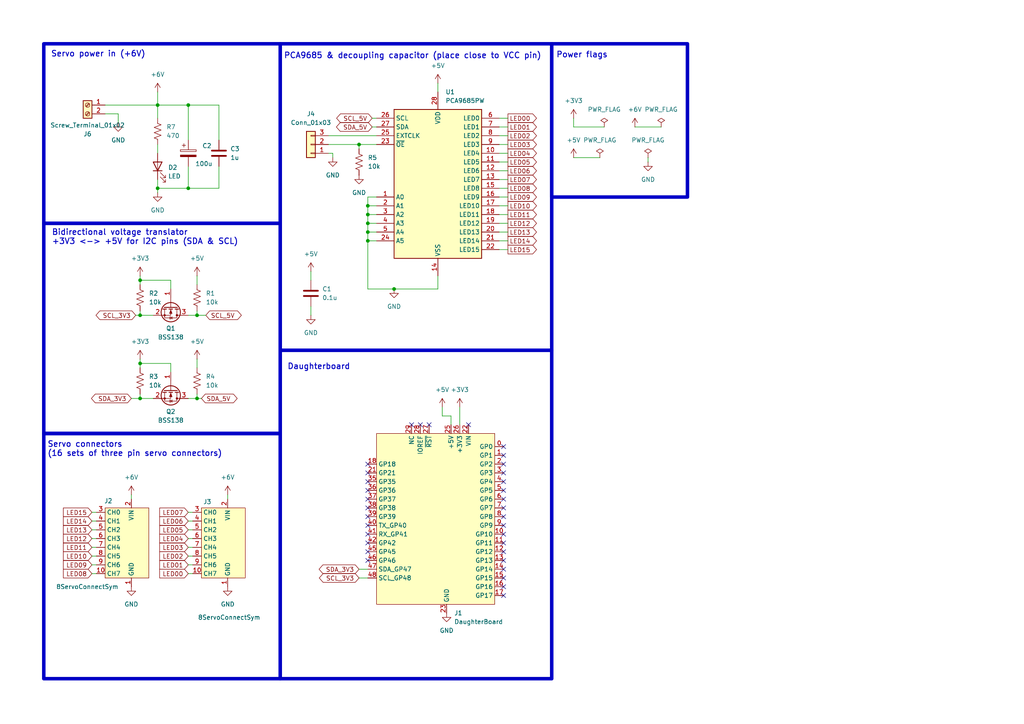
<source format=kicad_sch>
(kicad_sch (version 20250114) (generator "eeschema") (generator_version "9.0")
  (paper "A4")
  (lib_symbols
    (symbol "Connector:Screw_Terminal_01x02" (pin_names (offset 1.016) (hide yes))
      (property "Reference" "J" (at 0 2.54 0))
      (property "Value" "Screw_Terminal_01x02" (at 0 -5.08 0))
      (symbol "Screw_Terminal_01x02_1_1"
        (rectangle (start -1.27 1.27) (end 1.27 -3.81) (stroke (width 0.254)) (fill (type background)))
        (polyline (pts (xy -0.5334 0.3302) (xy 0.3302 -0.508)) (stroke (width 0.1524)))
        (polyline (pts (xy -0.5334 -2.2098) (xy 0.3302 -3.048)) (stroke (width 0.1524)))
        (polyline (pts (xy -0.3556 0.508) (xy 0.508 -0.3302)) (stroke (width 0.1524)))
        (polyline (pts (xy -0.3556 -2.032) (xy 0.508 -2.8702)) (stroke (width 0.1524)))
        (circle (center 0 0) (radius 0.635) (stroke (width 0.1524)))
        (circle (center 0 -2.54) (radius 0.635) (stroke (width 0.1524)))
        (pin passive line (at -5.08 0 0) (length 3.81) (name "Pin_1") (number "1"))
        (pin passive line (at -5.08 -2.54 0) (length 3.81) (name "Pin_2") (number "2"))
      )
    )
    (symbol "Connector_Generic:Conn_01x03" (pin_names (offset 1.016) (hide yes))
      (property "Reference" "J" (at 0 5.08 0))
      (property "Value" "Conn_01x03" (at 0 -5.08 0))
      (symbol "Conn_01x03_1_1"
        (rectangle (start -1.27 3.81) (end 1.27 -3.81) (stroke (width 0.254)) (fill (type background)))
        (rectangle (start -1.27 2.667) (end 0 2.413) (stroke (width 0.1524)))
        (rectangle (start -1.27 0.127) (end 0 -0.127) (stroke (width 0.1524)))
        (rectangle (start -1.27 -2.413) (end 0 -2.667) (stroke (width 0.1524)))
        (pin passive line (at -5.08 2.54 0) (length 3.81) (name "Pin_1") (number "1"))
        (pin passive line (at -5.08 0 0) (length 3.81) (name "Pin_2") (number "2"))
        (pin passive line (at -5.08 -2.54 0) (length 3.81) (name "Pin_3") (number "3"))
      )
    )
    (symbol "Device:C" (pin_numbers (hide yes)) (pin_names (offset 0.254))
      (property "Reference" "C" (at 0.635 2.54 0))
      (property "Value" "C" (at 0.635 -2.54 0))
      (symbol "C_0_1"
        (polyline (pts (xy -2.032 0.762) (xy 2.032 0.762)) (stroke (width 0.508)))
        (polyline (pts (xy -2.032 -0.762) (xy 2.032 -0.762)) (stroke (width 0.508)))
      )
      (symbol "C_1_1"
        (pin passive line (at 0 3.81 270) (length 2.794) (name "~") (number "1"))
        (pin passive line (at 0 -3.81 90) (length 2.794) (name "~") (number "2"))
      )
    )
    (symbol "Device:C_Polarized" (pin_numbers (hide yes)) (pin_names (offset 0.254))
      (property "Reference" "C" (at 0.635 2.54 0))
      (property "Value" "C_Polarized" (at 0.635 -2.54 0))
      (symbol "C_Polarized_0_1"
        (rectangle (start -2.286 0.508) (end 2.286 1.016))
        (polyline (pts (xy -1.778 2.286) (xy -0.762 2.286)))
        (polyline (pts (xy -1.27 2.794) (xy -1.27 1.778)))
        (rectangle (start 2.286 -0.508) (end -2.286 -1.016) (fill (type outline)))
      )
      (symbol "C_Polarized_1_1"
        (pin passive line (at 0 3.81 270) (length 2.794) (name "~") (number "1"))
        (pin passive line (at 0 -3.81 90) (length 2.794) (name "~") (number "2"))
      )
    )
    (symbol "Device:LED" (pin_numbers (hide yes)) (pin_names (offset 1.016) (hide yes))
      (property "Reference" "D" (at 0 2.54 0))
      (property "Value" "LED" (at 0 -2.54 0))
      (symbol "LED_0_1"
        (polyline (pts (xy -3.048 -0.762) (xy -4.572 -2.286) (xy -3.81 -2.286) (xy -4.572 -2.286) (xy -4.572 -1.524)))
        (polyline (pts (xy -1.778 -0.762) (xy -3.302 -2.286) (xy -2.54 -2.286) (xy -3.302 -2.286) (xy -3.302 -1.524)))
        (polyline (pts (xy -1.27 0) (xy 1.27 0)))
        (polyline (pts (xy -1.27 -1.27) (xy -1.27 1.27)) (stroke (width 0.254)))
        (polyline (pts (xy 1.27 -1.27) (xy 1.27 1.27) (xy -1.27 0) (xy 1.27 -1.27)) (stroke (width 0.254)))
      )
      (symbol "LED_1_1"
        (pin passive line (at -3.81 0 0) (length 2.54) (name "K") (number "1"))
        (pin passive line (at 3.81 0 180) (length 2.54) (name "A") (number "2"))
      )
    )
    (symbol "Device:R_US" (pin_numbers (hide yes)) (pin_names (offset 0))
      (property "Reference" "R" (at 2.54 0 90))
      (property "Value" "R_US" (at -2.54 0 90))
      (symbol "R_US_0_1"
        (polyline (pts (xy 0 2.286) (xy 0 2.54)))
        (polyline (pts (xy 0 2.286) (xy 1.016 1.905) (xy 0 1.524) (xy -1.016 1.143) (xy 0 0.762)))
        (polyline (pts (xy 0 0.762) (xy 1.016 0.381) (xy 0 0) (xy -1.016 -0.381) (xy 0 -0.762)))
        (polyline (pts (xy 0 -0.762) (xy 1.016 -1.143) (xy 0 -1.524) (xy -1.016 -1.905) (xy 0 -2.286)))
        (polyline (pts (xy 0 -2.286) (xy 0 -2.54)))
      )
      (symbol "R_US_1_1"
        (pin passive line (at 0 3.81 270) (length 1.27) (name "~") (number "1"))
        (pin passive line (at 0 -3.81 90) (length 1.27) (name "~") (number "2"))
      )
    )
    (symbol "Driver_LED:PCA9685PW"
      (property "Reference" "U" (at -12.7 22.225 0))
      (property "Value" "PCA9685PW" (at 1.27 22.225 0))
      (symbol "PCA9685PW_0_1"
        (rectangle (start -12.7 20.32) (end 12.7 -22.86) (stroke (width 0.254)) (fill (type background)))
      )
      (symbol "PCA9685PW_1_1"
        (pin input line (at -17.78 17.78 0) (length 5.08) (name "SCL") (number "26"))
        (pin bidirectional line (at -17.78 15.24 0) (length 5.08) (name "SDA") (number "27"))
        (pin input line (at -17.78 12.7 0) (length 5.08) (name "EXTCLK") (number "25"))
        (pin input line (at -17.78 10.16 0) (length 5.08) (name "~{OE}") (number "23"))
        (pin input line (at -17.78 -5.08 0) (length 5.08) (name "A0") (number "1"))
        (pin input line (at -17.78 -7.62 0) (length 5.08) (name "A1") (number "2"))
        (pin input line (at -17.78 -10.16 0) (length 5.08) (name "A2") (number "3"))
        (pin input line (at -17.78 -12.7 0) (length 5.08) (name "A3") (number "4"))
        (pin input line (at -17.78 -15.24 0) (length 5.08) (name "A4") (number "5"))
        (pin input line (at -17.78 -17.78 0) (length 5.08) (name "A5") (number "24"))
        (pin power_in line (at 0 25.4 270) (length 5.08) (name "VDD") (number "28"))
        (pin power_in line (at 0 -27.94 90) (length 5.08) (name "VSS") (number "14"))
        (pin output line (at 17.78 17.78 180) (length 5.08) (name "LED0") (number "6"))
        (pin output line (at 17.78 15.24 180) (length 5.08) (name "LED1") (number "7"))
        (pin output line (at 17.78 12.7 180) (length 5.08) (name "LED2") (number "8"))
        (pin output line (at 17.78 10.16 180) (length 5.08) (name "LED3") (number "9"))
        (pin output line (at 17.78 7.62 180) (length 5.08) (name "LED4") (number "10"))
        (pin output line (at 17.78 5.08 180) (length 5.08) (name "LED5") (number "11"))
        (pin output line (at 17.78 2.54 180) (length 5.08) (name "LED6") (number "12"))
        (pin output line (at 17.78 0 180) (length 5.08) (name "LED7") (number "13"))
        (pin output line (at 17.78 -2.54 180) (length 5.08) (name "LED8") (number "15"))
        (pin output line (at 17.78 -5.08 180) (length 5.08) (name "LED9") (number "16"))
        (pin output line (at 17.78 -7.62 180) (length 5.08) (name "LED10") (number "17"))
        (pin output line (at 17.78 -10.16 180) (length 5.08) (name "LED11") (number "18"))
        (pin output line (at 17.78 -12.7 180) (length 5.08) (name "LED12") (number "19"))
        (pin output line (at 17.78 -15.24 180) (length 5.08) (name "LED13") (number "20"))
        (pin output line (at 17.78 -17.78 180) (length 5.08) (name "LED14") (number "21"))
        (pin output line (at 17.78 -20.32 180) (length 5.08) (name "LED15") (number "22"))
      )
    )
    (symbol "Transistor_FET:BSS138" (pin_names (offset 0) (hide yes))
      (property "Reference" "Q" (at 5.08 1.905 0))
      (property "Value" "BSS138" (at 5.08 0 0))
      (symbol "BSS138_0_1"
        (polyline (pts (xy 0.254 1.905) (xy 0.254 -1.905)) (stroke (width 0.254)))
        (polyline (pts (xy 0.254 0) (xy -2.54 0)))
        (polyline (pts (xy 0.762 2.286) (xy 0.762 1.27)) (stroke (width 0.254)))
        (polyline (pts (xy 0.762 0.508) (xy 0.762 -0.508)) (stroke (width 0.254)))
        (polyline (pts (xy 0.762 -1.27) (xy 0.762 -2.286)) (stroke (width 0.254)))
        (polyline (pts (xy 0.762 -1.778) (xy 3.302 -1.778) (xy 3.302 1.778) (xy 0.762 1.778)))
        (polyline (pts (xy 1.016 0) (xy 2.032 0.381) (xy 2.032 -0.381) (xy 1.016 0)) (fill (type outline)))
        (circle (center 1.651 0) (radius 2.794) (stroke (width 0.254)))
        (polyline (pts (xy 2.54 2.54) (xy 2.54 1.778)))
        (circle (center 2.54 1.778) (radius 0.254) (fill (type outline)))
        (circle (center 2.54 -1.778) (radius 0.254) (fill (type outline)))
        (polyline (pts (xy 2.54 -2.54) (xy 2.54 0) (xy 0.762 0)))
        (polyline (pts (xy 2.921 0.381) (xy 3.683 0.381)))
        (polyline (pts (xy 3.302 0.381) (xy 2.921 -0.254) (xy 3.683 -0.254) (xy 3.302 0.381)))
      )
      (symbol "BSS138_1_1"
        (pin input line (at -5.08 0 0) (length 2.54) (name "G") (number "1"))
        (pin passive line (at 2.54 5.08 270) (length 2.54) (name "D") (number "3"))
        (pin passive line (at 2.54 -5.08 90) (length 2.54) (name "S") (number "2"))
      )
    )
    (symbol "myparts:8ServoConnectSym"
      (property "Reference" "J" (at -17.272 -4.826 0))
      (property "Value" "8ServoConnectSym" (at -3.048 -22.606 0))
      (symbol "8ServoConnectSym_1_1"
        (rectangle (start 0 2.54) (end 12.7 -17.78) (fill (type background)))
        (pin input line (at -2.54 1.27 0) (length 2.54) (name "CH0") (number "3"))
        (pin input line (at -2.54 -1.27 0) (length 2.54) (name "CH1") (number "4"))
        (pin input line (at -2.54 -3.81 0) (length 2.54) (name "CH2") (number "5"))
        (pin input line (at -2.54 -6.35 0) (length 2.54) (name "CH3") (number "6"))
        (pin input line (at -2.54 -8.89 0) (length 2.54) (name "CH4") (number "7"))
        (pin input line (at -2.54 -11.43 0) (length 2.54) (name "CH5") (number "8"))
        (pin input line (at -2.54 -13.97 0) (length 2.54) (name "CH6") (number "9"))
        (pin input line (at -2.54 -16.51 0) (length 2.54) (name "CH7") (number "10"))
        (pin power_in line (at 7.62 5.08 270) (length 2.54) (name "VIN") (number "2"))
        (pin power_in line (at 7.62 -20.32 90) (length 2.54) (name "GND") (number "1"))
      )
    )
    (symbol "myparts:DaughterBoard"
      (property "Reference" "J" (at -19.304 -42.926 0))
      (property "Value" "DaughterBoard" (at -26.67 12.954 0))
      (symbol "DaughterBoard_1_1"
        (rectangle (start -20.32 8.89) (end 13.97 -40.64) (fill (type background)))
        (pin bidirectional line (at -22.86 0 0) (length 2.54) (name "GP18") (number "18"))
        (pin bidirectional line (at -22.86 -2.54 0) (length 2.54) (name "GP21") (number "21"))
        (pin bidirectional line (at -22.86 -5.08 0) (length 2.54) (name "GP35") (number "35"))
        (pin bidirectional line (at -22.86 -7.62 0) (length 2.54) (name "GP36") (number "36"))
        (pin bidirectional line (at -22.86 -10.16 0) (length 2.54) (name "GP37") (number "37"))
        (pin bidirectional line (at -22.86 -12.7 0) (length 2.54) (name "GP38") (number "38"))
        (pin bidirectional line (at -22.86 -15.24 0) (length 2.54) (name "GP39") (number "39"))
        (pin bidirectional line (at -22.86 -17.78 0) (length 2.54) (name "TX_GP40") (number "40"))
        (pin bidirectional line (at -22.86 -20.32 0) (length 2.54) (name "RX_GP41") (number "41"))
        (pin bidirectional line (at -22.86 -22.86 0) (length 2.54) (name "GP42") (number "42"))
        (pin bidirectional line (at -22.86 -25.4 0) (length 2.54) (name "GP45") (number "45"))
        (pin bidirectional line (at -22.86 -27.94 0) (length 2.54) (name "GP46") (number "46"))
        (pin bidirectional line (at -22.86 -30.48 0) (length 2.54) (name "SDA_GP47") (number "47"))
        (pin bidirectional line (at -22.86 -33.02 0) (length 2.54) (name "SCL_GP48") (number "48"))
        (pin bidirectional line (at -10.16 11.43 270) (length 2.54) (name "NC") (number "29"))
        (pin bidirectional line (at -7.62 11.43 270) (length 2.54) (name "IOREF") (number "28"))
        (pin input line (at -5.08 11.43 270) (length 2.54) (name "~{RST}") (number "27"))
        (pin power_in line (at 0 -43.18 90) (length 2.54) (name "GND") (number "23"))
        (pin power_in line (at 0 -43.18 90) (length 2.54) (hide yes) (name "GND") (number "24"))
        (pin power_in line (at 0 -43.18 90) (length 2.54) (hide yes) (name "GND") (number "30"))
        (pin power_in line (at 1.27 11.43 270) (length 2.54) (name "+5V") (number "25"))
        (pin power_in line (at 3.81 11.43 270) (length 2.54) (name "+3V3") (number "26"))
        (pin power_in line (at 3.81 11.43 270) (length 2.54) (hide yes) (name "+3V3") (number "32"))
        (pin power_in line (at 6.35 11.43 270) (length 2.54) (name "VIN") (number "22"))
        (pin bidirectional line (at 16.51 5.08 180) (length 2.54) (name "GP0") (number "0"))
        (pin bidirectional line (at 16.51 2.54 180) (length 2.54) (name "GP1") (number "1"))
        (pin bidirectional line (at 16.51 0 180) (length 2.54) (name "GP2") (number "2"))
        (pin bidirectional line (at 16.51 -2.54 180) (length 2.54) (name "GP3") (number "3"))
        (pin bidirectional line (at 16.51 -5.08 180) (length 2.54) (name "GP4") (number "4"))
        (pin bidirectional line (at 16.51 -7.62 180) (length 2.54) (name "GP5") (number "5"))
        (pin bidirectional line (at 16.51 -10.16 180) (length 2.54) (name "GP6") (number "6"))
        (pin bidirectional line (at 16.51 -12.7 180) (length 2.54) (name "GP7") (number "7"))
        (pin bidirectional line (at 16.51 -15.24 180) (length 2.54) (name "GP8") (number "8"))
        (pin bidirectional line (at 16.51 -17.78 180) (length 2.54) (name "GP9") (number "9"))
        (pin bidirectional line (at 16.51 -20.32 180) (length 2.54) (name "GP10") (number "10"))
        (pin bidirectional line (at 16.51 -22.86 180) (length 2.54) (name "GP11") (number "11"))
        (pin bidirectional line (at 16.51 -25.4 180) (length 2.54) (name "GP12") (number "12"))
        (pin bidirectional line (at 16.51 -27.94 180) (length 2.54) (name "GP13") (number "13"))
        (pin bidirectional line (at 16.51 -30.48 180) (length 2.54) (name "GP14") (number "14"))
        (pin bidirectional line (at 16.51 -33.02 180) (length 2.54) (name "GP15") (number "15"))
        (pin bidirectional line (at 16.51 -35.56 180) (length 2.54) (name "GP16") (number "16"))
        (pin bidirectional line (at 16.51 -38.1 180) (length 2.54) (name "GP17") (number "17"))
      )
    )
    (symbol "power:+3V3" (power) (pin_numbers (hide yes)) (pin_names (offset 0) (hide yes))
      (property "Value" "+3V3" (at 0 3.556 0))
      (symbol "+3V3_0_1"
        (polyline (pts (xy -0.762 1.27) (xy 0 2.54)))
        (polyline (pts (xy 0 2.54) (xy 0.762 1.27)))
        (polyline (pts (xy 0 0) (xy 0 2.54)))
      )
      (symbol "+3V3_1_1"
        (pin power_in line (at 0 0 90) (length 0) (name "~") (number "1"))
      )
    )
    (symbol "power:+5V" (power) (pin_numbers (hide yes)) (pin_names (offset 0) (hide yes))
      (property "Value" "+5V" (at 0 3.556 0))
      (symbol "+5V_0_1"
        (polyline (pts (xy -0.762 1.27) (xy 0 2.54)))
        (polyline (pts (xy 0 2.54) (xy 0.762 1.27)))
        (polyline (pts (xy 0 0) (xy 0 2.54)))
      )
      (symbol "+5V_1_1"
        (pin power_in line (at 0 0 90) (length 0) (name "~") (number "1"))
      )
    )
    (symbol "power:+6V" (power) (pin_numbers (hide yes)) (pin_names (offset 0) (hide yes))
      (property "Value" "+6V" (at 0 3.556 0))
      (symbol "+6V_0_1"
        (polyline (pts (xy -0.762 1.27) (xy 0 2.54)))
        (polyline (pts (xy 0 2.54) (xy 0.762 1.27)))
        (polyline (pts (xy 0 0) (xy 0 2.54)))
      )
      (symbol "+6V_1_1"
        (pin power_in line (at 0 0 90) (length 0) (name "~") (number "1"))
      )
    )
    (symbol "power:GND" (power) (pin_numbers (hide yes)) (pin_names (offset 0) (hide yes))
      (property "Value" "GND" (at 0 -3.81 0))
      (symbol "GND_0_1"
        (polyline (pts (xy 0 0) (xy 0 -1.27) (xy 1.27 -1.27) (xy 0 -2.54) (xy -1.27 -1.27) (xy 0 -1.27)))
      )
      (symbol "GND_1_1"
        (pin power_in line (at 0 0 270) (length 0) (name "~") (number "1"))
      )
    )
    (symbol "power:PWR_FLAG" (power) (pin_numbers (hide yes)) (pin_names (offset 0) (hide yes))
      (property "Value" "PWR_FLAG" (at 0 3.81 0))
      (symbol "PWR_FLAG_0_0"
        (pin power_out line (at 0 0 90) (length 0) (name "~") (number "1"))
      )
      (symbol "PWR_FLAG_0_1"
        (polyline (pts (xy 0 0) (xy 0 1.27) (xy -1.016 1.905) (xy 0 2.54) (xy 1.016 1.905) (xy 0 1.27)))
      )
    )
    (symbol "power:VCC" (power) (pin_numbers (hide yes)) (pin_names (offset 0) (hide yes))
      (property "Value" "VCC" (at 0 3.556 0))
      (symbol "VCC_0_1"
        (polyline (pts (xy -0.762 1.27) (xy 0 2.54)))
        (polyline (pts (xy 0 2.54) (xy 0.762 1.27)))
        (polyline (pts (xy 0 0) (xy 0 2.54)))
      )
      (symbol "VCC_1_1"
        (pin power_in line (at 0 0 90) (length 0) (name "~") (number "1"))
      )
    )
  )
  (rectangle (start 12.7 125.73) (end 81.28 196.85) (stroke (width 1.016)))
  (rectangle (start 160.02 12.7) (end 199.39 57.15) (stroke (width 1.016)))
  (rectangle (start 12.7 64.77) (end 81.28 125.73) (stroke (width 1.016)))
  (rectangle (start 81.28 12.7) (end 160.02 101.6) (stroke (width 1.016)))
  (rectangle (start 81.28 101.6) (end 160.02 196.85) (stroke (width 1.016)))
  (rectangle (start 12.7 12.7) (end 81.28 64.77) (stroke (width 1.016)))
  (text "Bidirectional voltage translator \n+3V3 <-> +5V for I2C pins (SDA & SCL)" (at 14.986 68.834 0) (effects (font (size 1.651 1.651) (thickness 0.254) (bold yes)) (justify left)))
  (text "Servo connectors \n(16 sets of three pin servo connectors)" (at 13.716 130.302 0) (effects (font (size 1.651 1.651) (thickness 0.254) (bold yes)) (justify left)))
  (text "Daughterboard" (at 83.312 106.426 0) (effects (font (size 1.651 1.651) (thickness 0.254) (bold yes)) (justify left)))
  (text "Power flags" (at 161.29 16.002 0) (effects (font (size 1.651 1.651) (thickness 0.254) (bold yes)) (justify left)))
  (text "Servo power in (+6V)" (at 14.732 15.748 0) (effects (font (size 1.651 1.651) (thickness 0.254) (bold yes)) (justify left)))
  (text "PCA9685 & decoupling capacitor (place close to VCC pin)" (at 82.296 16.256 0) (effects (font (size 1.651 1.651) (thickness 0.254) (bold yes)) (justify left)))
  (junction (at 54.61 30.48))
  (junction (at 45.72 30.48))
  (junction (at 40.64 91.44))
  (junction (at 57.15 91.44))
  (junction (at 106.68 62.23))
  (junction (at 40.64 115.57))
  (junction (at 40.64 81.28))
  (junction (at 114.3 83.82))
  (junction (at 54.61 54.61))
  (junction (at 106.68 64.77))
  (junction (at 40.64 105.41))
  (junction (at 106.68 69.85))
  (junction (at 106.68 67.31))
  (junction (at 57.15 115.57))
  (junction (at 106.68 59.69))
  (junction (at 45.72 54.61))
  (junction (at 104.14 41.91))
  (no_connect (at 106.68 162.56))
  (no_connect (at 146.05 154.94))
  (no_connect (at 135.89 123.19))
  (no_connect (at 106.68 144.78))
  (no_connect (at 106.68 160.02))
  (no_connect (at 106.68 134.62))
  (no_connect (at 106.68 137.16))
  (no_connect (at 146.05 132.08))
  (no_connect (at 124.46 123.19))
  (no_connect (at 146.05 170.18))
  (no_connect (at 146.05 152.4))
  (no_connect (at 146.05 167.64))
  (no_connect (at 106.68 142.24))
  (no_connect (at 146.05 157.48))
  (no_connect (at 146.05 137.16))
  (no_connect (at 106.68 147.32))
  (no_connect (at 146.05 134.62))
  (no_connect (at 119.38 123.19))
  (no_connect (at 146.05 142.24))
  (no_connect (at 106.68 139.7))
  (no_connect (at 146.05 129.54))
  (no_connect (at 106.68 152.4))
  (no_connect (at 146.05 144.78))
  (no_connect (at 146.05 147.32))
  (no_connect (at 121.92 123.19))
  (no_connect (at 146.05 160.02))
  (no_connect (at 106.68 149.86))
  (no_connect (at 146.05 139.7))
  (no_connect (at 146.05 172.72))
  (no_connect (at 106.68 154.94))
  (no_connect (at 146.05 162.56))
  (no_connect (at 146.05 165.1))
  (no_connect (at 106.68 157.48))
  (no_connect (at 146.05 149.86))
  (wire (pts (xy 30.48 30.48) (xy 45.72 30.48)))
  (wire (pts (xy 133.35 118.11) (xy 133.35 123.19)))
  (wire (pts (xy 26.67 166.37) (xy 27.94 166.37)))
  (wire (pts (xy 166.37 36.83) (xy 175.26 36.83)))
  (wire (pts (xy 144.78 69.85) (xy 147.32 69.85)))
  (wire (pts (xy 26.67 158.75) (xy 27.94 158.75)))
  (wire (pts (xy 95.25 39.37) (xy 109.22 39.37)))
  (wire (pts (xy 144.78 36.83) (xy 147.32 36.83)))
  (wire (pts (xy 45.72 41.91) (xy 45.72 44.45)))
  (wire (pts (xy 106.68 64.77) (xy 109.22 64.77)))
  (wire (pts (xy 106.68 59.69) (xy 109.22 59.69)))
  (wire (pts (xy 90.17 88.9) (xy 90.17 91.44)))
  (wire (pts (xy 106.68 69.85) (xy 106.68 83.82)))
  (wire (pts (xy 63.5 30.48) (xy 63.5 40.64)))
  (wire (pts (xy 144.78 54.61) (xy 147.32 54.61)))
  (wire (pts (xy 40.64 90.17) (xy 40.64 91.44)))
  (wire (pts (xy 184.15 36.83) (xy 191.77 36.83)))
  (wire (pts (xy 54.61 30.48) (xy 63.5 30.48)))
  (wire (pts (xy 54.61 158.75) (xy 55.88 158.75)))
  (wire (pts (xy 54.61 156.21) (xy 55.88 156.21)))
  (wire (pts (xy 107.95 34.29) (xy 109.22 34.29)))
  (wire (pts (xy 26.67 156.21) (xy 27.94 156.21)))
  (wire (pts (xy 144.78 52.07) (xy 147.32 52.07)))
  (wire (pts (xy 57.15 90.17) (xy 57.15 91.44)))
  (wire (pts (xy 54.61 48.26) (xy 54.61 54.61)))
  (wire (pts (xy 144.78 46.99) (xy 147.32 46.99)))
  (wire (pts (xy 26.67 161.29) (xy 27.94 161.29)))
  (wire (pts (xy 45.72 30.48) (xy 54.61 30.48)))
  (wire (pts (xy 54.61 166.37) (xy 55.88 166.37)))
  (wire (pts (xy 44.45 91.44) (xy 40.64 91.44)))
  (wire (pts (xy 104.14 41.91) (xy 104.14 43.18)))
  (wire (pts (xy 54.61 151.13) (xy 55.88 151.13)))
  (wire (pts (xy 144.78 62.23) (xy 147.32 62.23)))
  (wire (pts (xy 57.15 114.3) (xy 57.15 115.57)))
  (wire (pts (xy 144.78 72.39) (xy 147.32 72.39)))
  (wire (pts (xy 106.68 83.82) (xy 114.3 83.82)))
  (wire (pts (xy 54.61 153.67) (xy 55.88 153.67)))
  (wire (pts (xy 54.61 115.57) (xy 57.15 115.57)))
  (wire (pts (xy 38.1 143.51) (xy 38.1 144.78)))
  (wire (pts (xy 95.25 41.91) (xy 104.14 41.91)))
  (wire (pts (xy 57.15 115.57) (xy 58.42 115.57)))
  (wire (pts (xy 104.14 167.64) (xy 106.68 167.64)))
  (wire (pts (xy 166.37 45.72) (xy 173.99 45.72)))
  (wire (pts (xy 144.78 39.37) (xy 147.32 39.37)))
  (wire (pts (xy 49.53 105.41) (xy 49.53 107.95)))
  (wire (pts (xy 44.45 115.57) (xy 40.64 115.57)))
  (wire (pts (xy 30.48 33.02) (xy 34.29 33.02)))
  (wire (pts (xy 106.68 64.77) (xy 106.68 62.23)))
  (wire (pts (xy 144.78 67.31) (xy 147.32 67.31)))
  (wire (pts (xy 109.22 69.85) (xy 106.68 69.85)))
  (wire (pts (xy 45.72 54.61) (xy 45.72 55.88)))
  (wire (pts (xy 128.27 120.65) (xy 130.81 120.65)))
  (wire (pts (xy 127 24.13) (xy 127 26.67)))
  (wire (pts (xy 114.3 83.82) (xy 127 83.82)))
  (wire (pts (xy 166.37 34.29) (xy 166.37 36.83)))
  (wire (pts (xy 45.72 30.48) (xy 45.72 34.29)))
  (wire (pts (xy 49.53 81.28) (xy 49.53 83.82)))
  (wire (pts (xy 95.25 44.45) (xy 96.52 44.45)))
  (wire (pts (xy 40.64 114.3) (xy 40.64 115.57)))
  (wire (pts (xy 26.67 163.83) (xy 27.94 163.83)))
  (wire (pts (xy 106.68 62.23) (xy 109.22 62.23)))
  (wire (pts (xy 187.96 45.72) (xy 187.96 46.99)))
  (wire (pts (xy 144.78 59.69) (xy 147.32 59.69)))
  (wire (pts (xy 106.68 67.31) (xy 106.68 64.77)))
  (wire (pts (xy 107.95 36.83) (xy 109.22 36.83)))
  (wire (pts (xy 104.14 165.1) (xy 106.68 165.1)))
  (wire (pts (xy 57.15 80.01) (xy 57.15 82.55)))
  (wire (pts (xy 45.72 54.61) (xy 54.61 54.61)))
  (wire (pts (xy 130.81 120.65) (xy 130.81 123.19)))
  (wire (pts (xy 26.67 151.13) (xy 27.94 151.13)))
  (wire (pts (xy 66.04 143.51) (xy 66.04 144.78)))
  (wire (pts (xy 106.68 62.23) (xy 106.68 59.69)))
  (wire (pts (xy 63.5 54.61) (xy 54.61 54.61)))
  (wire (pts (xy 127 80.01) (xy 127 83.82)))
  (wire (pts (xy 34.29 33.02) (xy 34.29 35.56)))
  (wire (pts (xy 45.72 52.07) (xy 45.72 54.61)))
  (wire (pts (xy 40.64 80.01) (xy 40.64 81.28)))
  (wire (pts (xy 54.61 40.64) (xy 54.61 30.48)))
  (wire (pts (xy 57.15 91.44) (xy 59.69 91.44)))
  (wire (pts (xy 54.61 148.59) (xy 55.88 148.59)))
  (wire (pts (xy 40.64 81.28) (xy 40.64 82.55)))
  (wire (pts (xy 144.78 64.77) (xy 147.32 64.77)))
  (wire (pts (xy 40.64 105.41) (xy 49.53 105.41)))
  (wire (pts (xy 96.52 44.45) (xy 96.52 45.72)))
  (wire (pts (xy 128.27 118.11) (xy 128.27 120.65)))
  (wire (pts (xy 45.72 26.67) (xy 45.72 30.48)))
  (wire (pts (xy 104.14 41.91) (xy 109.22 41.91)))
  (wire (pts (xy 144.78 57.15) (xy 147.32 57.15)))
  (wire (pts (xy 106.68 67.31) (xy 109.22 67.31)))
  (wire (pts (xy 106.68 57.15) (xy 109.22 57.15)))
  (wire (pts (xy 26.67 153.67) (xy 27.94 153.67)))
  (wire (pts (xy 144.78 41.91) (xy 147.32 41.91)))
  (wire (pts (xy 144.78 49.53) (xy 147.32 49.53)))
  (wire (pts (xy 54.61 163.83) (xy 55.88 163.83)))
  (wire (pts (xy 39.37 91.44) (xy 40.64 91.44)))
  (wire (pts (xy 106.68 69.85) (xy 106.68 67.31)))
  (wire (pts (xy 38.1 115.57) (xy 40.64 115.57)))
  (wire (pts (xy 40.64 81.28) (xy 49.53 81.28)))
  (wire (pts (xy 90.17 78.74) (xy 90.17 81.28)))
  (wire (pts (xy 57.15 104.14) (xy 57.15 106.68)))
  (wire (pts (xy 54.61 161.29) (xy 55.88 161.29)))
  (wire (pts (xy 144.78 34.29) (xy 147.32 34.29)))
  (wire (pts (xy 106.68 59.69) (xy 106.68 57.15)))
  (wire (pts (xy 26.67 148.59) (xy 27.94 148.59)))
  (wire (pts (xy 40.64 105.41) (xy 40.64 106.68)))
  (wire (pts (xy 63.5 48.26) (xy 63.5 54.61)))
  (wire (pts (xy 144.78 44.45) (xy 147.32 44.45)))
  (wire (pts (xy 54.61 91.44) (xy 57.15 91.44)))
  (wire (pts (xy 40.64 104.14) (xy 40.64 105.41)))
  (global_label "SDA_3V3" (shape bidirectional) (at 104.14 165.1 180) (property "Intersheetrefs" "${INTERSHEET_REFS}" (effects (hide yes))))
  (global_label "LED13" (shape output) (at 147.32 67.31 0) (property "Intersheetrefs" "${INTERSHEET_REFS}" (effects (hide yes))))
  (global_label "LED13" (shape input) (at 26.67 153.67 180) (property "Intersheetrefs" "${INTERSHEET_REFS}" (effects (hide yes))))
  (global_label "SCL_3V3" (shape bidirectional) (at 39.37 91.44 180) (property "Intersheetrefs" "${INTERSHEET_REFS}" (effects (hide yes))))
  (global_label "LED07" (shape input) (at 54.61 148.59 180) (property "Intersheetrefs" "${INTERSHEET_REFS}" (effects (hide yes))))
  (global_label "LED15" (shape input) (at 26.67 148.59 180) (property "Intersheetrefs" "${INTERSHEET_REFS}" (effects (hide yes))))
  (global_label "LED04" (shape output) (at 147.32 44.45 0) (property "Intersheetrefs" "${INTERSHEET_REFS}" (effects (hide yes))))
  (global_label "LED02" (shape input) (at 54.61 161.29 180) (property "Intersheetrefs" "${INTERSHEET_REFS}" (effects (hide yes))))
  (global_label "LED09" (shape input) (at 26.67 163.83 180) (property "Intersheetrefs" "${INTERSHEET_REFS}" (effects (hide yes))))
  (global_label "SDA_5V" (shape bidirectional) (at 107.95 36.83 180) (property "Intersheetrefs" "${INTERSHEET_REFS}" (effects (hide yes))))
  (global_label "LED08" (shape input) (at 26.67 166.37 180) (property "Intersheetrefs" "${INTERSHEET_REFS}" (effects (hide yes))))
  (global_label "LED12" (shape output) (at 147.32 64.77 0) (property "Intersheetrefs" "${INTERSHEET_REFS}" (effects (hide yes))))
  (global_label "SDA_5V" (shape bidirectional) (at 58.42 115.57 0) (property "Intersheetrefs" "${INTERSHEET_REFS}" (effects (hide yes))))
  (global_label "SCL_5V" (shape bidirectional) (at 107.95 34.29 180) (property "Intersheetrefs" "${INTERSHEET_REFS}" (effects (hide yes))))
  (global_label "LED06" (shape output) (at 147.32 49.53 0) (property "Intersheetrefs" "${INTERSHEET_REFS}" (effects (hide yes))))
  (global_label "LED05" (shape output) (at 147.32 46.99 0) (property "Intersheetrefs" "${INTERSHEET_REFS}" (effects (hide yes))))
  (global_label "SDA_3V3" (shape bidirectional) (at 38.1 115.57 180) (property "Intersheetrefs" "${INTERSHEET_REFS}" (effects (hide yes))))
  (global_label "LED06" (shape input) (at 54.61 151.13 180) (property "Intersheetrefs" "${INTERSHEET_REFS}" (effects (hide yes))))
  (global_label "LED14" (shape output) (at 147.32 69.85 0) (property "Intersheetrefs" "${INTERSHEET_REFS}" (effects (hide yes))))
  (global_label "LED14" (shape input) (at 26.67 151.13 180) (property "Intersheetrefs" "${INTERSHEET_REFS}" (effects (hide yes))))
  (global_label "LED00" (shape input) (at 54.61 166.37 180) (property "Intersheetrefs" "${INTERSHEET_REFS}" (effects (hide yes))))
  (global_label "LED02" (shape output) (at 147.32 39.37 0) (property "Intersheetrefs" "${INTERSHEET_REFS}" (effects (hide yes))))
  (global_label "LED10" (shape output) (at 147.32 59.69 0) (property "Intersheetrefs" "${INTERSHEET_REFS}" (effects (hide yes))))
  (global_label "LED09" (shape output) (at 147.32 57.15 0) (property "Intersheetrefs" "${INTERSHEET_REFS}" (effects (hide yes))))
  (global_label "SCL_5V" (shape bidirectional) (at 59.69 91.44 0) (property "Intersheetrefs" "${INTERSHEET_REFS}" (effects (hide yes))))
  (global_label "LED01" (shape output) (at 147.32 36.83 0) (property "Intersheetrefs" "${INTERSHEET_REFS}" (effects (hide yes))))
  (global_label "LED12" (shape input) (at 26.67 156.21 180) (property "Intersheetrefs" "${INTERSHEET_REFS}" (effects (hide yes))))
  (global_label "LED08" (shape output) (at 147.32 54.61 0) (property "Intersheetrefs" "${INTERSHEET_REFS}" (effects (hide yes))))
  (global_label "LED11" (shape output) (at 147.32 62.23 0) (property "Intersheetrefs" "${INTERSHEET_REFS}" (effects (hide yes))))
  (global_label "LED11" (shape input) (at 26.67 158.75 180) (property "Intersheetrefs" "${INTERSHEET_REFS}" (effects (hide yes))))
  (global_label "LED15" (shape output) (at 147.32 72.39 0) (property "Intersheetrefs" "${INTERSHEET_REFS}" (effects (hide yes))))
  (global_label "LED10" (shape input) (at 26.67 161.29 180) (property "Intersheetrefs" "${INTERSHEET_REFS}" (effects (hide yes))))
  (global_label "LED05" (shape input) (at 54.61 153.67 180) (property "Intersheetrefs" "${INTERSHEET_REFS}" (effects (hide yes))))
  (global_label "LED07" (shape output) (at 147.32 52.07 0) (property "Intersheetrefs" "${INTERSHEET_REFS}" (effects (hide yes))))
  (global_label "LED04" (shape input) (at 54.61 156.21 180) (property "Intersheetrefs" "${INTERSHEET_REFS}" (effects (hide yes))))
  (global_label "LED03" (shape output) (at 147.32 41.91 0) (property "Intersheetrefs" "${INTERSHEET_REFS}" (effects (hide yes))))
  (global_label "LED01" (shape input) (at 54.61 163.83 180) (property "Intersheetrefs" "${INTERSHEET_REFS}" (effects (hide yes))))
  (global_label "LED03" (shape input) (at 54.61 158.75 180) (property "Intersheetrefs" "${INTERSHEET_REFS}" (effects (hide yes))))
  (global_label "LED00" (shape output) (at 147.32 34.29 0) (property "Intersheetrefs" "${INTERSHEET_REFS}" (effects (hide yes))))
  (global_label "SCL_3V3" (shape bidirectional) (at 104.14 167.64 180) (property "Intersheetrefs" "${INTERSHEET_REFS}" (effects (hide yes))))
  (symbol (lib_id "myparts:8ServoConnectSym") (at 30.48 149.86 0) (unit 1)
    (property "Reference" "J2" (at 30.226 145.288 0) (effects (justify left)))
    (property "Value" "8ServoConnectSym" (at 16.256 170.18 0) (effects (justify left)))
    (property "Footprint" "myparts:8ServoConnect" (effects (hide yes)))
  )
  (symbol (lib_id "power:GND") (at 187.96 46.99 0) (unit 1)
    (property "Reference" "#PWR022" (effects (hide yes)))
    (property "Value" "GND" (at 187.96 52.07 0))
    (property "Description" "Power symbol creates a global label with name \"GND\" , ground" (effects (hide yes)))
  )
  (symbol (lib_id "Device:R_US") (at 40.64 110.49 0) (unit 1)
    (property "Reference" "R3" (at 43.18 109.2199 0) (effects (justify left)))
    (property "Value" "10k" (at 43.18 111.7599 0) (effects (justify left)))
    (property "Footprint" "Resistor_SMD:R_1206_3216Metric_Pad1.30x1.75mm_HandSolder" (effects (hide yes)))
    (property "Description" "Resistor, US symbol" (effects (hide yes)))
  )
  (symbol (lib_id "Device:R_US") (at 104.14 46.99 0) (unit 1)
    (property "Reference" "R5" (at 106.68 45.7199 0) (effects (justify left)))
    (property "Value" "10k" (at 106.68 48.2599 0) (effects (justify left)))
    (property "Footprint" "Resistor_SMD:R_1206_3216Metric_Pad1.30x1.75mm_HandSolder" (effects (hide yes)))
    (property "Description" "Resistor, US symbol" (effects (hide yes)))
  )
  (symbol (lib_id "Device:LED") (at 45.72 48.26 90) (unit 1)
    (property "Reference" "D2" (at 48.768 48.5775 90) (effects (justify right)))
    (property "Value" "LED" (at 48.768 51.1175 90) (effects (justify right)))
    (property "Footprint" "LED_SMD:LED_1206_3216Metric_Pad1.42x1.75mm_HandSolder" (effects (hide yes)))
    (property "Description" "Light emitting diode" (effects (hide yes)))
    (property "Sim.Pins" "1=K 2=A" (effects (hide yes)))
  )
  (symbol (lib_id "power:+5V") (at 90.17 78.74 0) (unit 1)
    (property "Reference" "#PWR023" (effects (hide yes)))
    (property "Value" "+5V" (at 90.17 73.66 0))
    (property "Description" "Power symbol creates a global label with name \"+5V\"" (effects (hide yes)))
  )
  (symbol (lib_id "power:+5V") (at 127 24.13 0) (unit 1)
    (property "Reference" "#PWR06" (effects (hide yes)))
    (property "Value" "+5V" (at 127 19.05 0))
    (property "Description" "Power symbol creates a global label with name \"+5V\"" (effects (hide yes)))
  )
  (symbol (lib_id "power:PWR_FLAG") (at 175.26 36.83 0) (unit 1)
    (property "Reference" "#FLG01" (effects (hide yes)))
    (property "Value" "PWR_FLAG" (at 175.26 31.75 0))
    (property "Description" "Special symbol for telling ERC where power comes from" (effects (hide yes)))
  )
  (symbol (lib_id "Device:R_US") (at 57.15 86.36 0) (unit 1)
    (property "Reference" "R1" (at 59.69 85.0899 0) (effects (justify left)))
    (property "Value" "10k" (at 59.69 87.6299 0) (effects (justify left)))
    (property "Footprint" "Resistor_SMD:R_1206_3216Metric_Pad1.30x1.75mm_HandSolder" (effects (hide yes)))
    (property "Description" "Resistor, US symbol" (effects (hide yes)))
  )
  (symbol (lib_id "Driver_LED:PCA9685PW") (at 127 52.07 0) (unit 1)
    (property "Reference" "U1" (at 129.1941 26.67 0) (effects (justify left)))
    (property "Value" "PCA9685PW" (at 129.1941 29.21 0) (effects (justify left)))
    (property "Footprint" "Package_SO:TSSOP-28_4.4x9.7mm_P0.65mm" (effects (hide yes)))
    (property "Datasheet" "http://www.nxp.com/docs/en/data-sheet/PCA9685.pdf" (effects (hide yes)))
    (property "Description" "16-channel 12-bit PWM Fm+ I2C-bus LED controller RGBA TSSOP" (effects (hide yes)))
  )
  (symbol (lib_id "power:GND") (at 45.72 55.88 0) (unit 1)
    (property "Reference" "#PWR017" (effects (hide yes)))
    (property "Value" "GND" (at 45.72 60.96 0))
    (property "Description" "Power symbol creates a global label with name \"GND\" , ground" (effects (hide yes)))
  )
  (symbol (lib_id "power:GND") (at 90.17 91.44 0) (unit 1)
    (property "Reference" "#PWR024" (effects (hide yes)))
    (property "Value" "GND" (at 90.17 96.52 0))
    (property "Description" "Power symbol creates a global label with name \"GND\" , ground" (effects (hide yes)))
  )
  (symbol (lib_id "power:VCC") (at 45.72 26.67 0) (unit 1)
    (property "Reference" "#PWR016" (effects (hide yes)))
    (property "Value" "+6V" (at 45.72 21.59 0))
    (property "Description" "Power symbol creates a global label with name \"VCC\"" (effects (hide yes)))
  )
  (symbol (lib_id "power:+5V") (at 166.37 45.72 0) (unit 1)
    (property "Reference" "#PWR020" (effects (hide yes)))
    (property "Value" "+5V" (at 166.37 40.64 0))
    (property "Description" "Power symbol creates a global label with name \"+5V\"" (effects (hide yes)))
  )
  (symbol (lib_id "power:PWR_FLAG") (at 187.96 45.72 0) (unit 1)
    (property "Reference" "#FLG04" (effects (hide yes)))
    (property "Value" "PWR_FLAG" (at 187.96 40.64 0))
    (property "Description" "Special symbol for telling ERC where power comes from" (effects (hide yes)))
  )
  (symbol (lib_id "power:+5V") (at 57.15 80.01 0) (unit 1)
    (property "Reference" "#PWR02" (effects (hide yes)))
    (property "Value" "+5V" (at 57.15 74.93 0))
    (property "Description" "Power symbol creates a global label with name \"+5V\"" (effects (hide yes)))
  )
  (symbol (lib_id "power:+3V3") (at 40.64 80.01 0) (unit 1)
    (property "Reference" "#PWR01" (effects (hide yes)))
    (property "Value" "+3V3" (at 40.64 74.93 0))
    (property "Description" "Power symbol creates a global label with name \"+3V3\"" (effects (hide yes)))
  )
  (symbol (lib_id "power:+3V3") (at 166.37 34.29 0) (unit 1)
    (property "Reference" "#PWR019" (effects (hide yes)))
    (property "Value" "+3V3" (at 166.37 29.21 0))
    (property "Description" "Power symbol creates a global label with name \"+3V3\"" (effects (hide yes)))
  )
  (symbol (lib_id "Transistor_FET:BSS138") (at 49.53 88.9 270) (unit 1)
    (property "Reference" "Q1" (at 49.53 95.25 90))
    (property "Value" "BSS138" (at 49.53 97.79 90))
    (property "Footprint" "Package_TO_SOT_SMD:SOT-23" (effects (hide yes)))
    (property "Datasheet" "https://www.onsemi.com/pub/Collateral/BSS138-D.PDF" (effects (hide yes)))
    (property "Description" "50V Vds, 0.22A Id, N-Channel MOSFET, SOT-23" (effects (hide yes)))
  )
  (symbol (lib_id "power:+5V") (at 57.15 104.14 0) (unit 1)
    (property "Reference" "#PWR04" (effects (hide yes)))
    (property "Value" "+5V" (at 57.15 99.06 0))
    (property "Description" "Power symbol creates a global label with name \"+5V\"" (effects (hide yes)))
  )
  (symbol (lib_id "power:GND") (at 104.14 50.8 0) (unit 1)
    (property "Reference" "#PWR015" (effects (hide yes)))
    (property "Value" "GND" (at 104.14 55.88 0))
    (property "Description" "Power symbol creates a global label with name \"GND\" , ground" (effects (hide yes)))
  )
  (symbol (lib_id "myparts:DaughterBoard") (at 129.54 134.62 0) (unit 1)
    (property "Reference" "J1" (at 131.7341 177.8 0) (effects (justify left)))
    (property "Value" "DaughterBoard" (at 131.7341 180.34 0) (effects (justify left)))
    (property "Footprint" "myparts:DaughterBoardTemplate" (effects (hide yes)))
  )
  (symbol (lib_id "power:+3V3") (at 133.35 118.11 0) (unit 1)
    (property "Reference" "#PWR08" (effects (hide yes)))
    (property "Value" "+3V3" (at 133.35 113.03 0))
    (property "Description" "Power symbol creates a global label with name \"+3V3\"" (effects (hide yes)))
  )
  (symbol (lib_id "Transistor_FET:BSS138") (at 49.53 113.03 270) (unit 1)
    (property "Reference" "Q2" (at 49.53 119.38 90))
    (property "Value" "BSS138" (at 49.53 121.92 90))
    (property "Footprint" "Package_TO_SOT_SMD:SOT-23" (effects (hide yes)))
    (property "Datasheet" "https://www.onsemi.com/pub/Collateral/BSS138-D.PDF" (effects (hide yes)))
    (property "Description" "50V Vds, 0.22A Id, N-Channel MOSFET, SOT-23" (effects (hide yes)))
  )
  (symbol (lib_id "power:GND") (at 38.1 170.18 0) (unit 1)
    (property "Reference" "#PWR010" (effects (hide yes)))
    (property "Value" "GND" (at 38.1 175.26 0))
    (property "Description" "Power symbol creates a global label with name \"GND\" , ground" (effects (hide yes)))
  )
  (symbol (lib_id "Device:R_US") (at 45.72 38.1 0) (unit 1)
    (property "Reference" "R7" (at 48.26 36.8299 0) (effects (justify left)))
    (property "Value" "470" (at 48.26 39.3699 0) (effects (justify left)))
    (property "Footprint" "Resistor_SMD:R_1206_3216Metric_Pad1.30x1.75mm_HandSolder" (effects (hide yes)))
    (property "Description" "Resistor, US symbol" (effects (hide yes)))
  )
  (symbol (lib_id "power:VCC") (at 184.15 36.83 0) (unit 1)
    (property "Reference" "#PWR021" (effects (hide yes)))
    (property "Value" "+6V" (at 184.15 31.75 0))
    (property "Description" "Power symbol creates a global label with name \"VCC\"" (effects (hide yes)))
  )
  (symbol (lib_id "power:+6V") (at 38.1 143.51 0) (unit 1)
    (property "Reference" "#PWR013" (effects (hide yes)))
    (property "Value" "+6V" (at 38.1 138.43 0))
    (property "Description" "Power symbol creates a global label with name \"+6V\"" (effects (hide yes)))
  )
  (symbol (lib_id "power:GND") (at 66.04 170.18 0) (unit 1)
    (property "Reference" "#PWR09" (effects (hide yes)))
    (property "Value" "GND" (at 66.04 175.26 0))
    (property "Description" "Power symbol creates a global label with name \"GND\" , ground" (effects (hide yes)))
  )
  (symbol (lib_id "Device:C_Polarized") (at 54.61 44.45 0) (unit 1)
    (property "Reference" "C2" (at 58.674 42.291 0) (effects (justify left)))
    (property "Value" "100u" (at 56.642 47.498 0) (effects (justify left)))
    (property "Footprint" "Capacitor_SMD:CP_Elec_6.3x7.7" (effects (hide yes)))
    (property "Description" "Polarized capacitor" (effects (hide yes)))
  )
  (symbol (lib_id "power:+6V") (at 66.04 143.51 0) (unit 1)
    (property "Reference" "#PWR012" (effects (hide yes)))
    (property "Value" "+6V" (at 66.04 138.43 0))
    (property "Description" "Power symbol creates a global label with name \"+6V\"" (effects (hide yes)))
  )
  (symbol (lib_id "power:GND") (at 129.54 177.8 0) (unit 1)
    (property "Reference" "#PWR011" (effects (hide yes)))
    (property "Value" "GND" (at 129.54 182.88 0))
    (property "Description" "Power symbol creates a global label with name \"GND\" , ground" (effects (hide yes)))
  )
  (symbol (lib_id "power:GND") (at 114.3 83.82 0) (unit 1)
    (property "Reference" "#PWR05" (effects (hide yes)))
    (property "Value" "GND" (at 114.3 88.9 0))
    (property "Description" "Power symbol creates a global label with name \"GND\" , ground" (effects (hide yes)))
  )
  (symbol (lib_id "power:PWR_FLAG") (at 191.77 36.83 0) (unit 1)
    (property "Reference" "#FLG03" (effects (hide yes)))
    (property "Value" "PWR_FLAG" (at 191.77 31.75 0))
    (property "Description" "Special symbol for telling ERC where power comes from" (effects (hide yes)))
  )
  (symbol (lib_id "Device:R_US") (at 57.15 110.49 0) (unit 1)
    (property "Reference" "R4" (at 59.69 109.2199 0) (effects (justify left)))
    (property "Value" "10k" (at 59.69 111.7599 0) (effects (justify left)))
    (property "Footprint" "Resistor_SMD:R_1206_3216Metric_Pad1.30x1.75mm_HandSolder" (effects (hide yes)))
    (property "Description" "Resistor, US symbol" (effects (hide yes)))
  )
  (symbol (lib_id "power:GND") (at 96.52 45.72 0) (unit 1)
    (property "Reference" "#PWR014" (effects (hide yes)))
    (property "Value" "GND" (at 96.52 50.8 0))
    (property "Description" "Power symbol creates a global label with name \"GND\" , ground" (effects (hide yes)))
  )
  (symbol (lib_id "power:+3V3") (at 40.64 104.14 0) (unit 1)
    (property "Reference" "#PWR03" (effects (hide yes)))
    (property "Value" "+3V3" (at 40.64 99.06 0))
    (property "Description" "Power symbol creates a global label with name \"+3V3\"" (effects (hide yes)))
  )
  (symbol (lib_id "Device:R_US") (at 40.64 86.36 0) (unit 1)
    (property "Reference" "R2" (at 43.18 85.0899 0) (effects (justify left)))
    (property "Value" "10k" (at 43.18 87.6299 0) (effects (justify left)))
    (property "Footprint" "Resistor_SMD:R_1206_3216Metric_Pad1.30x1.75mm_HandSolder" (effects (hide yes)))
    (property "Description" "Resistor, US symbol" (effects (hide yes)))
  )
  (symbol (lib_id "Connector:Screw_Terminal_01x02") (at 25.4 30.48 0) (mirror y) (unit 1)
    (property "Reference" "J6" (at 25.4 38.862 0))
    (property "Value" "Screw_Terminal_01x02" (at 25.4 36.322 0))
    (property "Footprint" "TerminalBlock_Phoenix:TerminalBlock_Phoenix_MKDS-1,5-2_1x02_P5.00mm_Horizontal" (effects (hide yes)))
    (property "Description" "Generic screw terminal, single row, 01x02, script generated (kicad-library-utils/schlib/autogen/connector/)" (effects (hide yes)))
  )
  (symbol (lib_id "Connector_Generic:Conn_01x03") (at 90.17 41.91 180) (unit 1)
    (property "Reference" "J4" (at 90.17 33.02 0))
    (property "Value" "Conn_01x03" (at 90.17 35.56 0))
    (property "Footprint" "Connector_PinHeader_2.54mm:PinHeader_1x03_P2.54mm_Vertical" (effects (hide yes)))
    (property "Description" "Generic connector, single row, 01x03, script generated (kicad-library-utils/schlib/autogen/connector/)" (effects (hide yes)))
  )
  (symbol (lib_id "Device:C") (at 90.17 85.09 0) (unit 1)
    (property "Reference" "C1" (at 93.472 83.82 0) (effects (justify left)))
    (property "Value" "0.1u" (at 93.472 86.36 0) (effects (justify left)))
    (property "Footprint" "Capacitor_SMD:C_1206_3216Metric_Pad1.33x1.80mm_HandSolder" (effects (hide yes)))
    (property "Description" "Unpolarized capacitor" (effects (hide yes)))
  )
  (symbol (lib_id "power:GND") (at 34.29 35.56 0) (unit 1)
    (property "Reference" "#PWR018" (effects (hide yes)))
    (property "Value" "GND" (at 34.29 40.64 0))
    (property "Description" "Power symbol creates a global label with name \"GND\" , ground" (effects (hide yes)))
  )
  (symbol (lib_id "power:+5V") (at 128.27 118.11 0) (unit 1)
    (property "Reference" "#PWR07" (effects (hide yes)))
    (property "Value" "+5V" (at 128.27 113.03 0))
    (property "Description" "Power symbol creates a global label with name \"+5V\"" (effects (hide yes)))
  )
  (symbol (lib_id "power:PWR_FLAG") (at 173.99 45.72 0) (unit 1)
    (property "Reference" "#FLG02" (effects (hide yes)))
    (property "Value" "PWR_FLAG" (at 173.99 40.64 0))
    (property "Description" "Special symbol for telling ERC where power comes from" (effects (hide yes)))
  )
  (symbol (lib_id "myparts:8ServoConnectSym") (at 58.42 149.86 0) (unit 1)
    (property "Reference" "J3" (at 58.928 145.542 0) (effects (justify left)))
    (property "Value" "8ServoConnectSym" (at 57.404 179.07 0) (effects (justify left)))
    (property "Footprint" "myparts:8ServoConnect" (effects (hide yes)))
  )
  (symbol (lib_id "Device:C") (at 63.5 44.45 0) (unit 1)
    (property "Reference" "C3" (at 66.802 43.18 0) (effects (justify left)))
    (property "Value" "1u" (at 66.802 45.72 0) (effects (justify left)))
    (property "Footprint" "Capacitor_SMD:C_1206_3216Metric_Pad1.33x1.80mm_HandSolder" (effects (hide yes)))
    (property "Description" "Unpolarized capacitor" (effects (hide yes)))
  )
)
</source>
